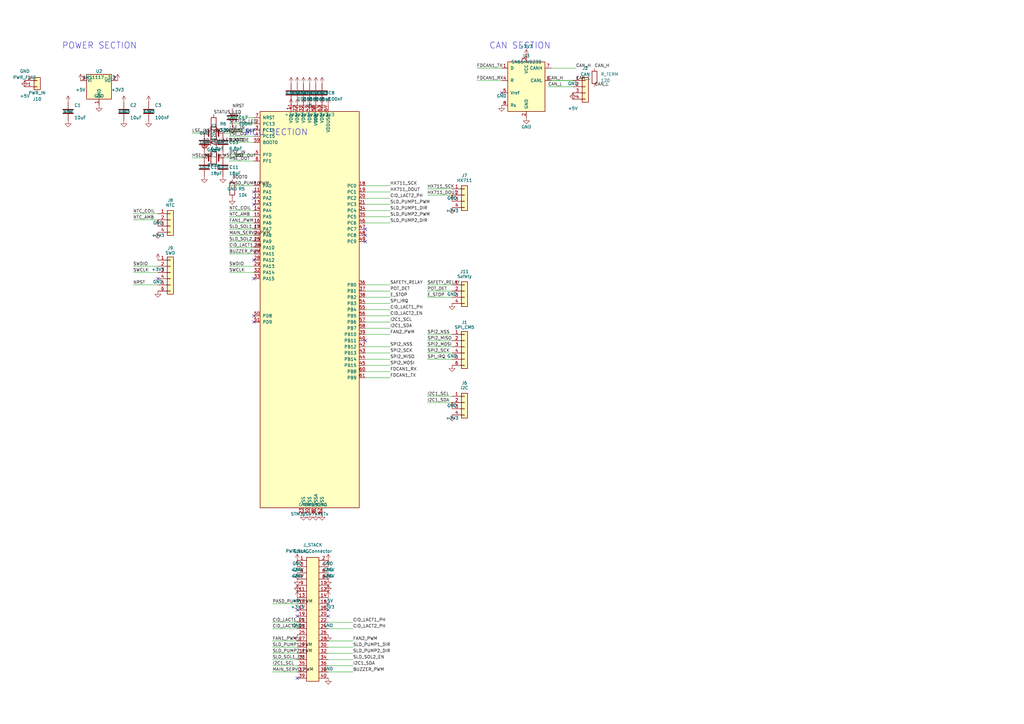
<source format=kicad_sch>
(kicad_sch (version 20231120) (generator "eeschema") (generator_version "9.0")
  (paper "A3")
  (title_block (title "Epicura Controller Board") (date "2026-02-17") (rev "1.0") (company "Epicura") (comment 1 "STM32G474RET6 Controller PCB"))
  (lib_symbols
    (symbol "MCU_ST_STM32G4:STM32G474RETx" (pin_names (offset 1.02))
      (property "Reference" "U" (at 0 0 0))
      (property "Value" "STM32G474RETx" (at 0 -2.54 0))
      (symbol "STM32G474RETx_0_1"
        (rectangle (start -20.32 81.28) (end 20.32 -81.28) (stroke (width 0.25)) (fill (type background)))
      )
      (symbol "STM32G474RETx_1_1"
        (pin power_in line (at -7.62 83.82 270) (length 2.54) (name "VDD") (number "1"))
        (pin bidirectional line (at -22.86 76.2 0) (length 2.54) (name "PC13") (number "2"))
        (pin bidirectional line (at -22.86 73.66 0) (length 2.54) (name "PC14") (number "3"))
        (pin bidirectional line (at -22.86 71.12 0) (length 2.54) (name "PC15") (number "4"))
        (pin bidirectional line (at -22.86 63.5 0) (length 2.54) (name "PF0") (number "5"))
        (pin bidirectional line (at -22.86 60.96 0) (length 2.54) (name "PF1") (number "6"))
        (pin input line (at -22.86 78.74 0) (length 2.54) (name "NRST") (number "7"))
        (pin power_in line (at 2.54 -83.82 90) (length 2.54) (name "VSSA") (number "8"))
        (pin power_in line (at 2.54 83.82 270) (length 2.54) (name "VDDA") (number "9"))
        (pin bidirectional line (at -22.86 50.8 0) (length 2.54) (name "PA0") (number "10"))
        (pin bidirectional line (at -22.86 48.26 0) (length 2.54) (name "PA1") (number "11"))
        (pin bidirectional line (at -22.86 45.72 0) (length 2.54) (name "PA2") (number "12"))
        (pin bidirectional line (at -22.86 43.18 0) (length 2.54) (name "PA3") (number "13"))
        (pin bidirectional line (at -22.86 40.64 0) (length 2.54) (name "PA4") (number "14"))
        (pin bidirectional line (at -22.86 38.1 0) (length 2.54) (name "PA5") (number "15"))
        (pin bidirectional line (at -22.86 35.56 0) (length 2.54) (name "PA6") (number "16"))
        (pin bidirectional line (at -22.86 33.02 0) (length 2.54) (name "PA7") (number "17"))
        (pin bidirectional line (at 22.86 50.8 180) (length 2.54) (name "PC0") (number "18"))
        (pin bidirectional line (at 22.86 48.26 180) (length 2.54) (name "PC1") (number "19"))
        (pin bidirectional line (at 22.86 45.72 180) (length 2.54) (name "PC2") (number "20"))
        (pin bidirectional line (at 22.86 43.18 180) (length 2.54) (name "PC3") (number "21"))
        (pin power_in line (at -5.08 83.82 270) (length 2.54) (name "VDD") (number "22"))
        (pin power_in line (at -2.54 -83.82 90) (length 2.54) (name "VSS") (number "23"))
        (pin bidirectional line (at -22.86 30.48 0) (length 2.54) (name "PA8") (number "24"))
        (pin bidirectional line (at -22.86 27.94 0) (length 2.54) (name "PA9") (number "25"))
        (pin bidirectional line (at -22.86 25.4 0) (length 2.54) (name "PA10") (number "26"))
        (pin bidirectional line (at -22.86 22.86 0) (length 2.54) (name "PA11") (number "27"))
        (pin bidirectional line (at -22.86 20.32 0) (length 2.54) (name "PA12") (number "28"))
        (pin bidirectional line (at -22.86 17.78 0) (length 2.54) (name "PA13") (number "29"))
        (pin power_in line (at 0 -83.82 90) (length 2.54) (name "VSS") (number "30"))
        (pin power_in line (at -2.54 83.82 270) (length 2.54) (name "VDD") (number "31"))
        (pin bidirectional line (at -22.86 15.24 0) (length 2.54) (name "PA14") (number "32"))
        (pin bidirectional line (at -22.86 12.7 0) (length 2.54) (name "PA15") (number "33"))
        (pin bidirectional line (at 22.86 40.64 180) (length 2.54) (name "PC4") (number "34"))
        (pin bidirectional line (at 22.86 38.1 180) (length 2.54) (name "PC5") (number "35"))
        (pin bidirectional line (at 22.86 10.16 180) (length 2.54) (name "PB0") (number "36"))
        (pin bidirectional line (at 22.86 7.62 180) (length 2.54) (name "PB1") (number "37"))
        (pin bidirectional line (at 22.86 5.08 180) (length 2.54) (name "PB2") (number "38"))
        (pin bidirectional line (at 22.86 -10.16 180) (length 2.54) (name "PB10") (number "39"))
        (pin bidirectional line (at 22.86 -12.7 180) (length 2.54) (name "PB11") (number "40"))
        (pin power_in line (at 0 83.82 270) (length 2.54) (name "VDD") (number "41"))
        (pin bidirectional line (at 22.86 -15.24 180) (length 2.54) (name "PB12") (number "42"))
        (pin bidirectional line (at 22.86 -17.78 180) (length 2.54) (name "PB13") (number "43"))
        (pin bidirectional line (at 22.86 -20.32 180) (length 2.54) (name "PB14") (number "44"))
        (pin bidirectional line (at 22.86 -22.86 180) (length 2.54) (name "PB15") (number "45"))
        (pin bidirectional line (at 22.86 35.56 180) (length 2.54) (name "PC6") (number "46"))
        (pin bidirectional line (at 22.86 33.02 180) (length 2.54) (name "PC7") (number "47"))
        (pin bidirectional line (at 22.86 30.48 180) (length 2.54) (name "PC8") (number "48"))
        (pin bidirectional line (at 22.86 27.94 180) (length 2.54) (name "PC9") (number "49"))
        (pin bidirectional line (at -22.86 -2.54 0) (length 2.54) (name "PD8") (number "50"))
        (pin bidirectional line (at -22.86 -5.08 0) (length 2.54) (name "PD9") (number "51"))
        (pin power_in line (at 2.54 -83.82 90) (length 2.54) (name "VSS") (number "52"))
        (pin power_in line (at 2.54 83.82 270) (length 2.54) (name "VDD") (number "53"))
        (pin bidirectional line (at 22.86 2.54 180) (length 2.54) (name "PB3") (number "54"))
        (pin bidirectional line (at 22.86 0 180) (length 2.54) (name "PB4") (number "55"))
        (pin bidirectional line (at 22.86 -2.54 180) (length 2.54) (name "PB5") (number "56"))
        (pin bidirectional line (at 22.86 -5.08 180) (length 2.54) (name "PB6") (number "57"))
        (pin bidirectional line (at 22.86 -7.62 180) (length 2.54) (name "PB7") (number "58"))
        (pin input line (at -22.86 68.58 0) (length 2.54) (name "BOOT0") (number "59"))
        (pin bidirectional line (at 22.86 -25.4 180) (length 2.54) (name "PB8") (number "60"))
        (pin bidirectional line (at 22.86 -27.94 180) (length 2.54) (name "PB9") (number "61"))
        (pin power_in line (at 5.08 -83.82 90) (length 2.54) (name "VSS") (number "62"))
        (pin power_in line (at 5.08 83.82 270) (length 2.54) (name "VDD") (number "63"))
        (pin power_in line (at 7.62 83.82 270) (length 2.54) (name "VDDUSB") (number "64"))
      )
    )
    (symbol "Regulator_Linear:AMS1117-3.3" (pin_names (offset 0.25))
      (property "Reference" "U" (at 0 0 0))
      (property "Value" "AMS1117-3.3" (at 0 -2.54 0))
      (symbol "AMS1117-3.3_0_1"
        (rectangle (start -5.08 5.08) (end 5.08 -5.08) (stroke (width 0.25)) (fill (type background)))
      )
      (symbol "AMS1117-3.3_1_1"
        (pin power_in line (at 0 -7.62 90) (length 2.54) (name "GND") (number "1"))
        (pin power_out line (at 7.62 2.54 180) (length 2.54) (name "VO") (number "2"))
        (pin power_in line (at -7.62 2.54 0) (length 2.54) (name "VI") (number "3"))
      )
    )
    (symbol "Interface_CAN_LIN:SN65HVD230" (pin_names (offset 1.02))
      (property "Reference" "U" (at 0 0 0))
      (property "Value" "SN65HVD230" (at 0 -2.54 0))
      (symbol "SN65HVD230_0_1"
        (rectangle (start -7.62 10.16) (end 7.62 -10.16) (stroke (width 0.25)) (fill (type background)))
      )
      (symbol "SN65HVD230_1_1"
        (pin input line (at -10.16 7.62 0) (length 2.54) (name "D") (number "1"))
        (pin power_in line (at 0 -12.7 90) (length 2.54) (name "GND") (number "2"))
        (pin power_in line (at 0 12.7 270) (length 2.54) (name "VCC") (number "3"))
        (pin output line (at -10.16 2.54 0) (length 2.54) (name "R") (number "4"))
        (pin output line (at -10.16 -2.54 0) (length 2.54) (name "Vref") (number "5"))
        (pin bidirectional line (at 10.16 2.54 180) (length 2.54) (name "CANL") (number "6"))
        (pin bidirectional line (at 10.16 7.62 180) (length 2.54) (name "CANH") (number "7"))
        (pin input line (at -10.16 -7.62 0) (length 2.54) (name "Rs") (number "8"))
      )
    )
    (symbol "Device:C" (pin_numbers hide) (pin_names (offset 0.25))
      (property "Reference" "C" (at 0 0 0))
      (property "Value" "C" (at 0 -2.54 0))
      (symbol "C_0_1"
        (polyline (pts (xy -2.03 -0.76) (xy 2.03 -0.76)) (stroke (width 0.51)))
        (polyline (pts (xy -2.03 0.76) (xy 2.03 0.76)) (stroke (width 0.51)))
      )
      (symbol "C_1_1"
        (pin passive line (at 0 3.81 270) (length 2.79) (name "~") (number "1"))
        (pin passive line (at 0 -3.81 90) (length 2.79) (name "~") (number "2"))
      )
    )
    (symbol "Device:R" (pin_numbers hide) (pin_names (offset 0))
      (property "Reference" "R" (at 0 0 0))
      (property "Value" "R" (at 0 -2.54 0))
      (symbol "R_0_1"
        (rectangle (start -1.02 -2.54) (end 1.02 2.54) (stroke (width 0.25)))
      )
      (symbol "R_1_1"
        (pin passive line (at 0 3.81 270) (length 1.27) (name "~") (number "1"))
        (pin passive line (at 0 -3.81 90) (length 1.27) (name "~") (number "2"))
      )
    )
    (symbol "Device:Crystal" (pin_numbers hide) (pin_names (offset 1.02) hide)
      (property "Reference" "Y" (at 0 0 0))
      (property "Value" "Crystal" (at 0 -2.54 0))
      (symbol "Crystal_0_1"
        (rectangle (start -1.14 2.54) (end 1.14 -2.54) (stroke (width 0.3)))
        (polyline (pts (xy -2.54 0) (xy -2.03 0)))
        (polyline (pts (xy -2.03 -1.27) (xy -2.03 1.27)) (stroke (width 0.51)))
        (polyline (pts (xy 2.03 -1.27) (xy 2.03 1.27)) (stroke (width 0.51)))
        (polyline (pts (xy 2.03 0) (xy 2.54 0)))
      )
      (symbol "Crystal_1_1"
        (pin passive line (at -3.81 0 0) (length 1.27) (name "1") (number "1"))
        (pin passive line (at 3.81 0 180) (length 1.27) (name "2") (number "2"))
      )
    )
    (symbol "Device:LED" (pin_numbers hide) (pin_names (offset 1.02) hide)
      (property "Reference" "D" (at 0 0 0))
      (property "Value" "LED" (at 0 -2.54 0))
      (symbol "LED_0_1"
        (polyline (pts (xy -1.27 -1.27) (xy -1.27 1.27)) (stroke (width 0.25)))
        (polyline (pts (xy -1.27 0) (xy 1.27 0)))
        (polyline (pts (xy 1.27 -1.27) (xy 1.27 1.27) (xy -1.27 0) (xy 1.27 -1.27)) (stroke (width 0.25)))
        (polyline (pts (xy -3.05 -0.76) (xy -4.57 -2.29) (xy -3.81 -2.29) (xy -4.57 -2.29) (xy -4.57 -1.52)))
        (polyline (pts (xy -1.78 -0.76) (xy -3.3 -2.29) (xy -2.54 -2.29) (xy -3.3 -2.29) (xy -3.3 -1.52)))
      )
      (symbol "LED_1_1"
        (pin passive line (at -3.81 0 0) (length 2.54) (name "K") (number "1"))
        (pin passive line (at 3.81 0 180) (length 2.54) (name "A") (number "2"))
      )
    )
    (symbol "Transistor_FET:2N7002" (pin_names hide)
      (property "Reference" "Q" (at 0 0 0))
      (property "Value" "2N7002" (at 0 -2.54 0))
      (symbol "2N7002_0_1"
        (polyline (pts (xy 0.25 0) (xy -2.54 0)))
        (polyline (pts (xy 0.25 1.91) (xy 0.25 -1.91)) (stroke (width 0.25)))
        (polyline (pts (xy 0.76 -1.27) (xy 0.76 -2.29)) (stroke (width 0.25)))
        (polyline (pts (xy 0.76 0.51) (xy 0.76 -0.51)) (stroke (width 0.25)))
        (polyline (pts (xy 0.76 2.29) (xy 0.76 1.27)) (stroke (width 0.25)))
        (polyline (pts (xy 2.54 2.54) (xy 2.54 1.78)))
        (polyline (pts (xy 2.54 -2.54) (xy 2.54 0) (xy 0.76 0)))
        (polyline (pts (xy 0.76 -1.78) (xy 3.3 -1.78) (xy 3.3 1.78) (xy 0.76 1.78)))
        (polyline (pts (xy 1.02 0) (xy 2.03 0.38) (xy 2.03 -0.38) (xy 1.02 0)) (fill (type outline)))
        (polyline (pts (xy 2.79 0.51) (xy 2.92 0.38) (xy 3.68 0.38) (xy 3.81 0.25)))
        (polyline (pts (xy 3.3 0.38) (xy 2.92 -0.25) (xy 3.68 -0.25) (xy 3.3 0.38)))
        (circle (center 1.65 0) (radius 2.79) (stroke (width 0.25)))
        (circle (center 2.54 -1.78) (radius 0.25) (fill (type outline)))
        (circle (center 2.54 1.78) (radius 0.25) (fill (type outline)))
      )
      (symbol "2N7002_1_1"
        (pin input line (at -5.08 0 0) (length 2.54) (name "G") (number "1"))
        (pin passive line (at 2.54 -5.08 90) (length 2.54) (name "S") (number "2"))
        (pin passive line (at 2.54 5.08 270) (length 2.54) (name "D") (number "3"))
      )
    )
    (symbol "Diode:1N4148WS" (pin_numbers hide) (pin_names hide)
      (property "Reference" "D" (at 0 0 0))
      (property "Value" "1N4148WS" (at 0 -2.54 0))
      (symbol "1N4148WS_0_1"
        (polyline (pts (xy -1.27 1.27) (xy -1.27 -1.27)) (stroke (width 0.25)))
        (polyline (pts (xy 1.27 0) (xy -1.27 0)))
        (polyline (pts (xy 1.27 1.27) (xy 1.27 -1.27) (xy -1.27 0) (xy 1.27 1.27)) (stroke (width 0.25)))
      )
      (symbol "1N4148WS_1_1"
        (pin passive line (at -3.81 0 0) (length 2.54) (name "K") (number "1"))
        (pin passive line (at 3.81 0 180) (length 2.54) (name "A") (number "2"))
      )
    )
    (symbol "Connector_Generic:Conn_01x02" (pin_names (offset 1.02) hide)
      (property "Reference" "J" (at 0 0 0))
      (property "Value" "Conn_01x02" (at 0 -2.54 0))
      (symbol "Conn_01x02_1_1"
        (rectangle (start -1.27 -2.41) (end 0 -2.67) (stroke (width 0.15)))
        (rectangle (start -1.27 0.13) (end 0 -0.13) (stroke (width 0.15)))
        (rectangle (start -1.27 1.27) (end 1.27 -3.81) (stroke (width 0.25)) (fill (type background)))
        (pin passive line (at -5.08 0 0) (length 3.81) (name "Pin_1") (number "1"))
        (pin passive line (at -5.08 -2.54 0) (length 3.81) (name "Pin_2") (number "2"))
      )
    )
    (symbol "Connector_Generic:Conn_01x04" (pin_names (offset 1.02) hide)
      (property "Reference" "J" (at 0 0 0))
      (property "Value" "Conn_01x04" (at 0 -2.54 0))
      (symbol "Conn_01x04_1_1"
        (rectangle (start -1.27 -4.95) (end 0 -5.21) (stroke (width 0.15)))
        (rectangle (start -1.27 -2.41) (end 0 -2.67) (stroke (width 0.15)))
        (rectangle (start -1.27 0.13) (end 0 -0.13) (stroke (width 0.15)))
        (rectangle (start -1.27 2.67) (end 0 2.41) (stroke (width 0.15)))
        (rectangle (start -1.27 3.81) (end 1.27 -6.35) (stroke (width 0.25)) (fill (type background)))
        (pin passive line (at -5.08 2.54 0) (length 3.81) (name "Pin_1") (number "1"))
        (pin passive line (at -5.08 0 0) (length 3.81) (name "Pin_2") (number "2"))
        (pin passive line (at -5.08 -2.54 0) (length 3.81) (name "Pin_3") (number "3"))
        (pin passive line (at -5.08 -5.08 0) (length 3.81) (name "Pin_4") (number "4"))
      )
    )
    (symbol "Connector_Generic:Conn_01x06" (pin_names (offset 1.02) hide)
      (property "Reference" "J" (at 0 0 0))
      (property "Value" "Conn_01x06" (at 0 -2.54 0))
      (symbol "Conn_01x06_1_1"
        (rectangle (start -1.27 -7.49) (end 0 -7.75) (stroke (width 0.15)))
        (rectangle (start -1.27 -4.95) (end 0 -5.21) (stroke (width 0.15)))
        (rectangle (start -1.27 -2.41) (end 0 -2.67) (stroke (width 0.15)))
        (rectangle (start -1.27 0.13) (end 0 -0.13) (stroke (width 0.15)))
        (rectangle (start -1.27 2.67) (end 0 2.41) (stroke (width 0.15)))
        (rectangle (start -1.27 5.21) (end 0 4.95) (stroke (width 0.15)))
        (rectangle (start -1.27 6.35) (end 1.27 -8.89) (stroke (width 0.25)) (fill (type background)))
        (pin passive line (at -5.08 5.08 0) (length 3.81) (name "Pin_1") (number "1"))
        (pin passive line (at -5.08 2.54 0) (length 3.81) (name "Pin_2") (number "2"))
        (pin passive line (at -5.08 0 0) (length 3.81) (name "Pin_3") (number "3"))
        (pin passive line (at -5.08 -2.54 0) (length 3.81) (name "Pin_4") (number "4"))
        (pin passive line (at -5.08 -5.08 0) (length 3.81) (name "Pin_5") (number "5"))
        (pin passive line (at -5.08 -7.62 0) (length 3.81) (name "Pin_6") (number "6"))
      )
    )
    (symbol "Connector_Generic:Conn_02x05_Odd_Even" (pin_names (offset 1.02) hide)
      (property "Reference" "J" (at 0 0 0))
      (property "Value" "Conn_02x05" (at 0 -2.54 0))
      (symbol "Conn_02x05_Odd_Even_1_1"
        (rectangle (start -1.27 -4.95) (end 0 -5.21) (stroke (width 0.15)))
        (rectangle (start -1.27 -2.41) (end 0 -2.67) (stroke (width 0.15)))
        (rectangle (start -1.27 0.13) (end 0 -0.13) (stroke (width 0.15)))
        (rectangle (start -1.27 2.67) (end 0 2.41) (stroke (width 0.15)))
        (rectangle (start -1.27 5.21) (end 0 4.95) (stroke (width 0.15)))
        (rectangle (start -1.27 6.35) (end 3.81 -6.35) (stroke (width 0.25)) (fill (type background)))
        (rectangle (start 3.81 -4.95) (end 2.54 -5.21) (stroke (width 0.15)))
        (rectangle (start 3.81 -2.41) (end 2.54 -2.67) (stroke (width 0.15)))
        (rectangle (start 3.81 0.13) (end 2.54 -0.13) (stroke (width 0.15)))
        (rectangle (start 3.81 2.67) (end 2.54 2.41) (stroke (width 0.15)))
        (rectangle (start 3.81 5.21) (end 2.54 4.95) (stroke (width 0.15)))
        (pin passive line (at -5.08 5.08 0) (length 3.81) (name "Pin_1") (number "1"))
        (pin passive line (at 7.62 5.08 180) (length 3.81) (name "Pin_2") (number "2"))
        (pin passive line (at -5.08 2.54 0) (length 3.81) (name "Pin_3") (number "3"))
        (pin passive line (at 7.62 2.54 180) (length 3.81) (name "Pin_4") (number "4"))
        (pin passive line (at -5.08 0 0) (length 3.81) (name "Pin_5") (number "5"))
        (pin passive line (at 7.62 0 180) (length 3.81) (name "Pin_6") (number "6"))
        (pin passive line (at -5.08 -2.54 0) (length 3.81) (name "Pin_7") (number "7"))
        (pin passive line (at 7.62 -2.54 180) (length 3.81) (name "Pin_8") (number "8"))
        (pin passive line (at -5.08 -5.08 0) (length 3.81) (name "Pin_9") (number "9"))
        (pin passive line (at 7.62 -5.08 180) (length 3.81) (name "Pin_10") (number "10"))
      )
    )
    (symbol "Connector_Generic:Conn_02x20_Odd_Even" (pin_names (offset 1.02) hide)
      (property "Reference" "J" (at 0 0 0))
      (property "Value" "Conn_02x20" (at 0 -2.54 0))
      (symbol "Conn_02x20_Odd_Even_1_1"
        (rectangle (start -1.27 25.4) (end 3.81 -25.4) (stroke (width 0.25)) (fill (type background)))
        (pin passive line (at -5.08 24.13 0) (length 3.81) (name "~") (number "1"))
        (pin passive line (at 7.62 24.13 180) (length 3.81) (name "~") (number "2"))
        (pin passive line (at -5.08 21.59 0) (length 3.81) (name "~") (number "3"))
        (pin passive line (at 7.62 21.59 180) (length 3.81) (name "~") (number "4"))
        (pin passive line (at -5.08 19.05 0) (length 3.81) (name "~") (number "5"))
        (pin passive line (at 7.62 19.05 180) (length 3.81) (name "~") (number "6"))
        (pin passive line (at -5.08 16.51 0) (length 3.81) (name "~") (number "7"))
        (pin passive line (at 7.62 16.51 180) (length 3.81) (name "~") (number "8"))
        (pin passive line (at -5.08 13.97 0) (length 3.81) (name "~") (number "9"))
        (pin passive line (at 7.62 13.97 180) (length 3.81) (name "~") (number "10"))
        (pin passive line (at -5.08 11.43 0) (length 3.81) (name "~") (number "11"))
        (pin passive line (at 7.62 11.43 180) (length 3.81) (name "~") (number "12"))
        (pin passive line (at -5.08 8.89 0) (length 3.81) (name "~") (number "13"))
        (pin passive line (at 7.62 8.89 180) (length 3.81) (name "~") (number "14"))
        (pin passive line (at -5.08 6.35 0) (length 3.81) (name "~") (number "15"))
        (pin passive line (at 7.62 6.35 180) (length 3.81) (name "~") (number "16"))
        (pin passive line (at -5.08 3.81 0) (length 3.81) (name "~") (number "17"))
        (pin passive line (at 7.62 3.81 180) (length 3.81) (name "~") (number "18"))
        (pin passive line (at -5.08 1.27 0) (length 3.81) (name "~") (number "19"))
        (pin passive line (at 7.62 1.27 180) (length 3.81) (name "~") (number "20"))
        (pin passive line (at -5.08 -1.27 0) (length 3.81) (name "~") (number "21"))
        (pin passive line (at 7.62 -1.27 180) (length 3.81) (name "~") (number "22"))
        (pin passive line (at -5.08 -3.81 0) (length 3.81) (name "~") (number "23"))
        (pin passive line (at 7.62 -3.81 180) (length 3.81) (name "~") (number "24"))
        (pin passive line (at -5.08 -6.35 0) (length 3.81) (name "~") (number "25"))
        (pin passive line (at 7.62 -6.35 180) (length 3.81) (name "~") (number "26"))
        (pin passive line (at -5.08 -8.89 0) (length 3.81) (name "~") (number "27"))
        (pin passive line (at 7.62 -8.89 180) (length 3.81) (name "~") (number "28"))
        (pin passive line (at -5.08 -11.43 0) (length 3.81) (name "~") (number "29"))
        (pin passive line (at 7.62 -11.43 180) (length 3.81) (name "~") (number "30"))
        (pin passive line (at -5.08 -13.97 0) (length 3.81) (name "~") (number "31"))
        (pin passive line (at 7.62 -13.97 180) (length 3.81) (name "~") (number "32"))
        (pin passive line (at -5.08 -16.51 0) (length 3.81) (name "~") (number "33"))
        (pin passive line (at 7.62 -16.51 180) (length 3.81) (name "~") (number "34"))
        (pin passive line (at -5.08 -19.05 0) (length 3.81) (name "~") (number "35"))
        (pin passive line (at 7.62 -19.05 180) (length 3.81) (name "~") (number "36"))
        (pin passive line (at -5.08 -21.59 0) (length 3.81) (name "~") (number "37"))
        (pin passive line (at 7.62 -21.59 180) (length 3.81) (name "~") (number "38"))
        (pin passive line (at -5.08 -24.13 0) (length 3.81) (name "~") (number "39"))
        (pin passive line (at 7.62 -24.13 180) (length 3.81) (name "~") (number "40"))
      )
    )
    (symbol "power:+3V3" (power) (pin_names (offset 0))
      (property "Value" "+3V3" (at 0 3.56 0))
      (symbol "+3V3_0_1"
        (polyline (pts (xy -0.76 1.27) (xy 0 2.54)))
        (polyline (pts (xy 0 0) (xy 0 2.54)))
        (polyline (pts (xy 0 2.54) (xy 0.76 1.27)))
      )
      (symbol "+3V3_1_1"
        (pin power_in line (at 0 0 90) (length 0) hide (name "+3V3") (number "1"))
      )
    )
    (symbol "power:+5V" (power) (pin_names (offset 0))
      (property "Value" "+5V" (at 0 3.56 0))
      (symbol "+5V_0_1"
        (polyline (pts (xy -0.76 1.27) (xy 0 2.54)))
        (polyline (pts (xy 0 0) (xy 0 2.54)))
        (polyline (pts (xy 0 2.54) (xy 0.76 1.27)))
      )
      (symbol "+5V_1_1"
        (pin power_in line (at 0 0 90) (length 0) hide (name "+5V") (number "1"))
      )
    )
    (symbol "power:GND" (power) (pin_names (offset 0))
      (property "Value" "GND" (at 0 -3.81 0))
      (symbol "GND_0_1"
        (polyline (pts (xy 0 0) (xy 0 -1.27) (xy 1.27 -1.27) (xy 0 -2.54) (xy -1.27 -1.27) (xy 0 -1.27)))
      )
      (symbol "GND_1_1"
        (pin power_in line (at 0 0 270) (length 0) hide (name "GND") (number "1"))
      )
    )
    (symbol "power:PWR_FLAG" (power) (pin_names (offset 0))
      (property "Value" "PWR_FLAG" (at 0 3.56 0))
      (symbol "PWR_FLAG_0_1"
        (pin power_out line (at 0 0 90) (length 0) hide (name "pwr") (number "1"))
      )
    )
    (symbol "power:+24V" (power) (pin_names (offset 0))
      (property "Value" "+24V" (at 0 3.56 0))
      (symbol "+24V_0_1"
        (polyline (pts (xy -0.76 1.27) (xy 0 2.54)))
        (polyline (pts (xy 0 0) (xy 0 2.54)))
        (polyline (pts (xy 0 2.54) (xy 0.76 1.27)))
      )
      (symbol "+24V_1_1"
        (pin power_in line (at 0 0 90) (length 0) hide (name "+24V") (number "1"))
      )
    )
  )
  (wire (pts (xy 104.14 76.2) (xy 93.98 76.2)))
  (wire (pts (xy 104.14 86.36) (xy 93.98 86.36)))
  (wire (pts (xy 104.14 88.9) (xy 93.98 88.9)))
  (wire (pts (xy 104.14 91.44) (xy 93.98 91.44)))
  (wire (pts (xy 104.14 93.98) (xy 93.98 93.98)))
  (wire (pts (xy 104.14 96.52) (xy 93.98 96.52)))
  (wire (pts (xy 104.14 99.06) (xy 93.98 99.06)))
  (wire (pts (xy 104.14 101.6) (xy 93.98 101.6)))
  (wire (pts (xy 104.14 104.14) (xy 93.98 104.14)))
  (wire (pts (xy 104.14 109.22) (xy 93.98 109.22)))
  (wire (pts (xy 104.14 111.76) (xy 93.98 111.76)))
  (wire (pts (xy 149.86 116.84) (xy 160.02 116.84)))
  (wire (pts (xy 149.86 119.38) (xy 160.02 119.38)))
  (wire (pts (xy 149.86 121.92) (xy 160.02 121.92)))
  (wire (pts (xy 149.86 137.16) (xy 160.02 137.16)))
  (wire (pts (xy 149.86 142.24) (xy 160.02 142.24)))
  (wire (pts (xy 149.86 144.78) (xy 160.02 144.78)))
  (wire (pts (xy 149.86 147.32) (xy 160.02 147.32)))
  (wire (pts (xy 149.86 149.86) (xy 160.02 149.86)))
  (wire (pts (xy 149.86 124.46) (xy 160.02 124.46)))
  (wire (pts (xy 149.86 127) (xy 160.02 127)))
  (wire (pts (xy 149.86 129.54) (xy 160.02 129.54)))
  (wire (pts (xy 149.86 132.08) (xy 160.02 132.08)))
  (wire (pts (xy 149.86 134.62) (xy 160.02 134.62)))
  (wire (pts (xy 149.86 152.4) (xy 160.02 152.4)))
  (wire (pts (xy 149.86 154.94) (xy 160.02 154.94)))
  (wire (pts (xy 149.86 76.2) (xy 160.02 76.2)))
  (wire (pts (xy 149.86 78.74) (xy 160.02 78.74)))
  (wire (pts (xy 149.86 81.28) (xy 160.02 81.28)))
  (wire (pts (xy 149.86 83.82) (xy 160.02 83.82)))
  (wire (pts (xy 149.86 86.36) (xy 160.02 86.36)))
  (wire (pts (xy 149.86 88.9) (xy 160.02 88.9)))
  (wire (pts (xy 149.86 91.44) (xy 160.02 91.44)))
  (wire (pts (xy 104.14 50.8) (xy 93.98 50.8)))
  (wire (pts (xy 104.14 53.34) (xy 93.98 53.34)))
  (wire (pts (xy 104.14 55.88) (xy 93.98 55.88)))
  (wire (pts (xy 104.14 63.5) (xy 93.98 63.5)))
  (wire (pts (xy 104.14 66.04) (xy 93.98 66.04)))
  (wire (pts (xy 104.14 48.26) (xy 93.98 48.26)))
  (wire (pts (xy 104.14 58.42) (xy 93.98 58.42)))
  (wire (pts (xy 121.92 247.65) (xy 111.76 247.65)))
  (wire (pts (xy 121.92 255.27) (xy 111.76 255.27)))
  (wire (pts (xy 134.62 255.27) (xy 144.78 255.27)))
  (wire (pts (xy 121.92 257.81) (xy 111.76 257.81)))
  (wire (pts (xy 134.62 257.81) (xy 144.78 257.81)))
  (wire (pts (xy 121.92 262.89) (xy 111.76 262.89)))
  (wire (pts (xy 134.62 262.89) (xy 144.78 262.89)))
  (wire (pts (xy 121.92 265.43) (xy 111.76 265.43)))
  (wire (pts (xy 134.62 265.43) (xy 144.78 265.43)))
  (wire (pts (xy 121.92 267.97) (xy 111.76 267.97)))
  (wire (pts (xy 134.62 267.97) (xy 144.78 267.97)))
  (wire (pts (xy 121.92 270.51) (xy 111.76 270.51)))
  (wire (pts (xy 134.62 270.51) (xy 144.78 270.51)))
  (wire (pts (xy 121.92 273.05) (xy 111.76 273.05)))
  (wire (pts (xy 134.62 273.05) (xy 144.78 273.05)))
  (wire (pts (xy 121.92 275.59) (xy 111.76 275.59)))
  (wire (pts (xy 134.62 275.59) (xy 144.78 275.59)))
  (wire (pts (xy 185.42 137.16) (xy 175.26 137.16)))
  (wire (pts (xy 185.42 139.7) (xy 175.26 139.7)))
  (wire (pts (xy 185.42 142.24) (xy 175.26 142.24)))
  (wire (pts (xy 185.42 144.78) (xy 175.26 144.78)))
  (wire (pts (xy 185.42 147.32) (xy 175.26 147.32)))
  (wire (pts (xy 185.42 162.56) (xy 175.26 162.56)))
  (wire (pts (xy 185.42 165.1) (xy 175.26 165.1)))
  (wire (pts (xy 185.42 77.47) (xy 175.26 77.47)))
  (wire (pts (xy 185.42 80.01) (xy 175.26 80.01)))
  (wire (pts (xy 64.77 87.63) (xy 54.61 87.63)))
  (wire (pts (xy 64.77 90.17) (xy 54.61 90.17)))
  (wire (pts (xy 64.77 109.22) (xy 54.61 109.22)))
  (wire (pts (xy 64.77 111.76) (xy 54.61 111.76)))
  (wire (pts (xy 64.77 116.84) (xy 54.61 116.84)))
  (wire (pts (xy 185.42 116.84) (xy 175.26 116.84)))
  (wire (pts (xy 185.42 119.38) (xy 175.26 119.38)))
  (wire (pts (xy 185.42 121.92) (xy 175.26 121.92)))
  (wire (pts (xy 205.74 27.94) (xy 195.58 27.94)))
  (wire (pts (xy 205.74 33.02) (xy 195.58 33.02)))
  (wire (pts (xy 226.06 33.02) (xy 236.22 33.02)))
  (wire (pts (xy 226.06 27.94) (xy 236.22 27.94)))
  (wire (pts (xy 234.95 33.02) (xy 224.79 33.02)))
  (wire (pts (xy 234.95 35.56) (xy 224.79 35.56)))
  (wire (pts (xy 83.82 64.77) (xy 78.74 64.77)))
  (wire (pts (xy 91.44 64.77) (xy 96.52 64.77)))
  (wire (pts (xy 83.82 54.61) (xy 78.74 54.61)))
  (wire (pts (xy 91.44 54.61) (xy 96.52 54.61)))
  (label "PASD_PUMP_PWM" (at 93.98 76.2 0))
  (label "NTC_COIL" (at 93.98 86.36 0))
  (label "NTC_AMB" (at 93.98 88.9 0))
  (label "FAN1_PWM" (at 93.98 91.44 0))
  (label "SLD_SOL1_EN" (at 93.98 93.98 0))
  (label "MAIN_SERVO_PWM" (at 93.98 96.52 0))
  (label "SLD_SOL2_EN" (at 93.98 99.06 0))
  (label "CID_LACT1_EN" (at 93.98 101.6 0))
  (label "BUZZER_PWM" (at 93.98 104.14 0))
  (label "SWDIO" (at 93.98 109.22 0))
  (label "SWCLK" (at 93.98 111.76 0))
  (label "SAFETY_RELAY" (at 160.02 116.84 0))
  (label "POT_DET" (at 160.02 119.38 0))
  (label "E_STOP" (at 160.02 121.92 0))
  (label "FAN2_PWM" (at 160.02 137.16 0))
  (label "SPI2_NSS" (at 160.02 142.24 0))
  (label "SPI2_SCK" (at 160.02 144.78 0))
  (label "SPI2_MISO" (at 160.02 147.32 0))
  (label "SPI2_MOSI" (at 160.02 149.86 0))
  (label "SPI_IRQ" (at 160.02 124.46 0))
  (label "CID_LACT1_PH" (at 160.02 127 0))
  (label "CID_LACT2_EN" (at 160.02 129.54 0))
  (label "I2C1_SCL" (at 160.02 132.08 0))
  (label "I2C1_SDA" (at 160.02 134.62 0))
  (label "FDCAN1_RX" (at 160.02 152.4 0))
  (label "FDCAN1_TX" (at 160.02 154.94 0))
  (label "HX711_SCK" (at 160.02 76.2 0))
  (label "HX711_DOUT" (at 160.02 78.74 0))
  (label "CID_LACT2_PH" (at 160.02 81.28 0))
  (label "SLD_PUMP1_PWM" (at 160.02 83.82 0))
  (label "SLD_PUMP1_DIR" (at 160.02 86.36 0))
  (label "SLD_PUMP2_PWM" (at 160.02 88.9 0))
  (label "SLD_PUMP2_DIR" (at 160.02 91.44 0))
  (label "STATUS_LED" (at 93.98 50.8 0))
  (label "LSE_IN" (at 93.98 53.34 0))
  (label "LSE_OUT" (at 93.98 55.88 0))
  (label "HSE_IN" (at 93.98 63.5 0))
  (label "HSE_OUT" (at 93.98 66.04 0))
  (label "NRST" (at 93.98 48.26 0))
  (label "BOOT0" (at 93.98 58.42 0))
  (label "PASD_PUMP_PWM" (at 111.76 247.65 0))
  (label "CID_LACT1_EN" (at 111.76 255.27 0))
  (label "CID_LACT1_PH" (at 144.78 255.27 0))
  (label "CID_LACT2_EN" (at 111.76 257.81 0))
  (label "CID_LACT2_PH" (at 144.78 257.81 0))
  (label "FAN1_PWM" (at 111.76 262.89 0))
  (label "FAN2_PWM" (at 144.78 262.89 0))
  (label "SLD_PUMP1_PWM" (at 111.76 265.43 0))
  (label "SLD_PUMP1_DIR" (at 144.78 265.43 0))
  (label "SLD_PUMP2_PWM" (at 111.76 267.97 0))
  (label "SLD_PUMP2_DIR" (at 144.78 267.97 0))
  (label "SLD_SOL1_EN" (at 111.76 270.51 0))
  (label "SLD_SOL2_EN" (at 144.78 270.51 0))
  (label "I2C1_SCL" (at 111.76 273.05 0))
  (label "I2C1_SDA" (at 144.78 273.05 0))
  (label "MAIN_SERVO_PWM" (at 111.76 275.59 0))
  (label "BUZZER_PWM" (at 144.78 275.59 0))
  (label "SPI2_NSS" (at 175.26 137.16 0))
  (label "SPI2_MISO" (at 175.26 139.7 0))
  (label "SPI2_MOSI" (at 175.26 142.24 0))
  (label "SPI2_SCK" (at 175.26 144.78 0))
  (label "SPI_IRQ" (at 175.26 147.32 0))
  (label "I2C1_SCL" (at 175.26 162.56 0))
  (label "I2C1_SDA" (at 175.26 165.1 0))
  (label "HX711_SCK" (at 175.26 77.47 0))
  (label "HX711_DOUT" (at 175.26 80.01 0))
  (label "NTC_COIL" (at 54.61 87.63 0))
  (label "NTC_AMB" (at 54.61 90.17 0))
  (label "SWDIO" (at 54.61 109.22 0))
  (label "SWCLK" (at 54.61 111.76 0))
  (label "NRST" (at 54.61 116.84 0))
  (label "SAFETY_RELAY" (at 175.26 116.84 0))
  (label "POT_DET" (at 175.26 119.38 0))
  (label "E_STOP" (at 175.26 121.92 0))
  (label "FDCAN1_TX" (at 195.58 27.94 0))
  (label "FDCAN1_RX" (at 195.58 33.02 0))
  (label "CAN_L" (at 236.22 33.02 0))
  (label "CAN_H" (at 236.22 27.94 0))
  (label "CAN_H" (at 243.84 27.94 0))
  (label "CAN_L" (at 243.84 35.56 0))
  (label "CAN_H" (at 224.79 33.02 0))
  (label "CAN_L" (at 224.79 35.56 0))
  (label "HSE_IN" (at 78.74 64.77 0))
  (label "HSE_OUT" (at 96.52 64.77 0))
  (label "LSE_IN" (at 78.74 54.61 0))
  (label "LSE_OUT" (at 96.52 54.61 0))
  (label "HSE_IN" (at 83.82 64.77 0))
  (label "HSE_OUT" (at 91.44 64.77 0))
  (label "LSE_IN" (at 83.82 54.61 0))
  (label "LSE_OUT" (at 91.44 54.61 0))
  (label "NRST" (at 95.25 44.45 0))
  (label "BOOT0" (at 95.25 73.66 0))
  (label "STATUS_LED" (at 87.63 46.99 0))
  (label "LED_ANODE" (at 87.63 54.61 0))
  (label "LED_ANODE" (at 91.44 58.42 0))
  (no_connect (at 104.14 78.74))
  (no_connect (at 104.14 81.28))
  (no_connect (at 104.14 83.82))
  (no_connect (at 104.14 106.68))
  (no_connect (at 104.14 114.3))
  (no_connect (at 149.86 139.7))
  (no_connect (at 149.86 93.98))
  (no_connect (at 149.86 96.52))
  (no_connect (at 149.86 99.06))
  (no_connect (at 104.14 129.54))
  (no_connect (at 104.14 132.08))
  (no_connect (at 134.62 247.65))
  (no_connect (at 121.92 250.19))
  (no_connect (at 134.62 250.19))
  (no_connect (at 121.92 252.73))
  (no_connect (at 134.62 252.73))
  (no_connect (at 121.92 278.13))
  (no_connect (at 64.77 114.3))
  (no_connect (at 205.74 38.1))
  (text "POWER SECTION" (at 25.4 20.32 0) (effects (font (size 2.54 2.54)) (justify left bottom)))
  (text "MCU SECTION" (at 100.33 55.88 0) (effects (font (size 2.54 2.54)) (justify left bottom)))
  (text "CAN SECTION" (at 200.66 20.32 0) (effects (font (size 2.54 2.54)) (justify left bottom)))
  (symbol (lib_id "Regulator_Linear:AMS1117-3.3") (at 40.64 35.56 0) (unit 1)
    (property "Reference" "U2" (at 40.64 29.21 0))
    (property "Value" "AMS1117-3.3" (at 40.64 31.75 0))
    (property "Footprint" "Package_TO_SOT_SMD:SOT-223-3_TabPin2" (effects hide))
  )
  (symbol (lib_id "Device:C") (at 27.94 45.72 0) (unit 1)
    (property "Reference" "C1" (at 30.48 43.18 0) (effects (justify left)))
    (property "Value" "10uF" (at 30.48 48.26 0) (effects (justify left)))
    (property "Footprint" "Capacitor_SMD:C_0805_2012Metric" (effects hide))
  )
  (symbol (lib_id "Device:C") (at 50.8 45.72 0) (unit 1)
    (property "Reference" "C2" (at 53.34 43.18 0) (effects (justify left)))
    (property "Value" "10uF" (at 53.34 48.26 0) (effects (justify left)))
    (property "Footprint" "Capacitor_SMD:C_0805_2012Metric" (effects hide))
  )
  (symbol (lib_id "Device:C") (at 60.96 45.72 0) (unit 1)
    (property "Reference" "C3" (at 63.5 43.18 0) (effects (justify left)))
    (property "Value" "100nF" (at 63.5 48.26 0) (effects (justify left)))
    (property "Footprint" "Capacitor_SMD:C_0603_1608Metric" (effects hide))
  )
  (symbol (lib_id "MCU_ST_STM32G4:STM32G474RETx") (at 127 127 0) (unit 1)
    (property "Reference" "U1" (at 127 43.18 0))
    (property "Value" "STM32G474RETx" (at 127 210.82 0))
    (property "Footprint" "Package_QFP:LQFP-64_10x10mm_P0.5mm" (effects hide))
  )
  (symbol (lib_id "Interface_CAN_LIN:SN65HVD230") (at 215.9 35.56 0) (unit 1)
    (property "Reference" "U3" (at 215.9 22.86 0))
    (property "Value" "SN65HVD230" (at 215.9 25.4 0))
    (property "Footprint" "Package_SO:SOIC-8_3.9x4.9mm_P1.27mm" (effects hide))
  )
  (symbol (lib_id "Device:R") (at 243.84 31.75 0) (unit 1)
    (property "Reference" "R_TERM" (at 246.38 30.48 0) (effects (justify left)))
    (property "Value" "120" (at 246.38 33.02 0) (effects (justify left)))
    (property "Footprint" "Resistor_SMD:R_0603_1608Metric" (effects hide))
  )
  (symbol (lib_id "Connector_Generic:Conn_01x02") (at 15.24 35.56 0) (mirror x) (unit 1)
    (property "Reference" "J10" (at 15.24 40.64 0))
    (property "Value" "PWR_IN" (at 15.24 38.1 0))
    (property "Footprint" "Connector_JST:JST_XH_B2B-XH-A_1x02_P2.50mm_Vertical" (effects hide))
  )
  (symbol (lib_id "Connector_Generic:Conn_01x04") (at 240.03 35.56 0) (unit 1)
    (property "Reference" "J2" (at 240.03 27.94 0))
    (property "Value" "CAN" (at 240.03 30.48 0))
    (property "Footprint" "Connector_JST:JST_XH_B4B-XH-A_1x04_P2.50mm_Vertical" (effects hide))
  )
  (symbol (lib_id "Connector_Generic:Conn_02x20_Odd_Even") (at 127 254 0) (unit 1)
    (property "Reference" "J_STACK" (at 128.27 223.52 0))
    (property "Value" "Stack_Connector" (at 128.27 226.06 0))
    (property "Footprint" "Connector_PinHeader_2.54mm:PinHeader_2x20_P2.54mm_Vertical" (effects hide))
  )
  (symbol (lib_id "Connector_Generic:Conn_01x06") (at 190.5 142.24 0) (unit 1)
    (property "Reference" "J1" (at 190.5 132.24 0))
    (property "Value" "SPI_CM5" (at 190.5 134.24 0))
    (property "Footprint" "Connector_JST:JST_SH_BM06B-SRSS-TB_1x06-1MP_P1.00mm_Vertical" (effects hide))
  )
  (symbol (lib_id "Connector_Generic:Conn_01x04") (at 190.5 165.1 0) (unit 1)
    (property "Reference" "J6" (at 190.5 157.1 0))
    (property "Value" "I2C" (at 190.5 159.1 0))
    (property "Footprint" "Connector_JST:JST_SH_BM04B-SRSS-TB_1x04-1MP_P1.00mm_Vertical" (effects hide))
  )
  (symbol (lib_id "Connector_Generic:Conn_01x04") (at 190.5 80.01 0) (unit 1)
    (property "Reference" "J7" (at 190.5 72.01 0))
    (property "Value" "HX711" (at 190.5 74.01 0))
    (property "Footprint" "Connector_JST:JST_XH_B4B-XH-A_1x04_P2.50mm_Vertical" (effects hide))
  )
  (symbol (lib_id "Connector_Generic:Conn_01x04") (at 69.85 90.17 0) (unit 1)
    (property "Reference" "J8" (at 69.85 82.17 0))
    (property "Value" "NTC" (at 69.85 84.17 0))
    (property "Footprint" "Connector_JST:JST_XH_B4B-XH-A_1x04_P2.50mm_Vertical" (effects hide))
  )
  (symbol (lib_id "Connector_Generic:Conn_01x06") (at 69.85 111.76 0) (unit 1)
    (property "Reference" "J9" (at 69.85 101.76 0))
    (property "Value" "SWD" (at 69.85 103.76 0))
    (property "Footprint" "Connector_PinHeader_2.54mm:PinHeader_2x05_P2.54mm_Vertical" (effects hide))
  )
  (symbol (lib_id "Connector_Generic:Conn_01x04") (at 190.5 119.38 0) (unit 1)
    (property "Reference" "J11" (at 190.5 111.38 0))
    (property "Value" "Safety" (at 190.5 113.38 0))
    (property "Footprint" "Connector_JST:JST_XH_B4B-XH-A_1x04_P2.50mm_Vertical" (effects hide))
  )
  (symbol (lib_id "Device:Crystal") (at 87.63 64.77 0) (unit 1)
    (property "Reference" "Y1" (at 87.63 61.77 0))
    (property "Value" "8MHz" (at 87.63 67.77 0))
    (property "Footprint" "Crystal:Crystal_SMD_HC49-SD" (effects hide))
  )
  (symbol (lib_id "Device:Crystal") (at 87.63 54.61 0) (unit 1)
    (property "Reference" "Y2" (at 87.63 51.61 0))
    (property "Value" "32.77kHz" (at 87.63 57.61 0))
    (property "Footprint" "Crystal:Crystal_SMD_2012-2Pin_2.0x1.2mm" (effects hide))
  )
  (symbol (lib_id "Device:C") (at 83.82 68.58 0) (unit 1)
    (property "Reference" "C10" (at 86.36 68.58 0) (effects (justify left)))
    (property "Value" "18pF" (at 86.36 71.12 0) (effects (justify left)))
    (property "Footprint" "Capacitor_SMD:C_0402_1005Metric" (effects hide))
  )
  (symbol (lib_id "Device:C") (at 91.44 68.58 0) (unit 1)
    (property "Reference" "C11" (at 93.98 68.58 0) (effects (justify left)))
    (property "Value" "18pF" (at 93.98 71.12 0) (effects (justify left)))
    (property "Footprint" "Capacitor_SMD:C_0402_1005Metric" (effects hide))
  )
  (symbol (lib_id "Device:C") (at 83.82 58.42 0) (unit 1)
    (property "Reference" "C12" (at 86.36 58.42 0) (effects (justify left)))
    (property "Value" "6.8pF" (at 86.36 60.96 0) (effects (justify left)))
    (property "Footprint" "Capacitor_SMD:C_0402_1005Metric" (effects hide))
  )
  (symbol (lib_id "Device:C") (at 91.44 58.42 0) (unit 1)
    (property "Reference" "C13" (at 93.98 58.42 0) (effects (justify left)))
    (property "Value" "6.8pF" (at 93.98 60.96 0) (effects (justify left)))
    (property "Footprint" "Capacitor_SMD:C_0402_1005Metric" (effects hide))
  )
  (symbol (lib_id "Device:C") (at 119.38 38.1 0) (unit 1)
    (property "Reference" "C4" (at 121.92 38.1 0) (effects (justify left)))
    (property "Value" "100nF" (at 121.92 40.64 0) (effects (justify left)))
    (property "Footprint" "Capacitor_SMD:C_0402_1005Metric" (effects hide))
  )
  (symbol (lib_id "Device:C") (at 121.92 38.1 0) (unit 1)
    (property "Reference" "C5" (at 124.46 38.1 0) (effects (justify left)))
    (property "Value" "100nF" (at 124.46 40.64 0) (effects (justify left)))
    (property "Footprint" "Capacitor_SMD:C_0402_1005Metric" (effects hide))
  )
  (symbol (lib_id "Device:C") (at 124.46 38.1 0) (unit 1)
    (property "Reference" "C6" (at 127.0 38.1 0) (effects (justify left)))
    (property "Value" "100nF" (at 127.0 40.64 0) (effects (justify left)))
    (property "Footprint" "Capacitor_SMD:C_0402_1005Metric" (effects hide))
  )
  (symbol (lib_id "Device:C") (at 127.0 38.1 0) (unit 1)
    (property "Reference" "C7" (at 129.54 38.1 0) (effects (justify left)))
    (property "Value" "100nF" (at 129.54 40.64 0) (effects (justify left)))
    (property "Footprint" "Capacitor_SMD:C_0402_1005Metric" (effects hide))
  )
  (symbol (lib_id "Device:C") (at 132.08 38.1 0) (unit 1)
    (property "Reference" "C8" (at 134.62 38.1 0) (effects (justify left)))
    (property "Value" "100nF" (at 134.62 40.64 0) (effects (justify left)))
    (property "Footprint" "Capacitor_SMD:C_0402_1005Metric" (effects hide))
  )
  (symbol (lib_id "Device:C") (at 129.54 38.1 0) (unit 1)
    (property "Reference" "C9" (at 132.08 38.1 0) (effects (justify left)))
    (property "Value" "1uF" (at 132.08 40.64 0) (effects (justify left)))
    (property "Footprint" "Capacitor_SMD:C_0402_1005Metric" (effects hide))
  )
  (symbol (lib_id "Device:C") (at 95.25 48.26 0) (unit 1)
    (property "Reference" "C17" (at 97.79 48.26 0) (effects (justify left)))
    (property "Value" "100nF" (at 97.79 50.8 0) (effects (justify left)))
    (property "Footprint" "Capacitor_SMD:C_0402_1005Metric" (effects hide))
  )
  (symbol (lib_id "Device:R") (at 95.25 77.47 0) (unit 1)
    (property "Reference" "R5" (at 97.79 77.47 0) (effects (justify left)))
    (property "Value" "10k" (at 97.79 80.01 0) (effects (justify left)))
    (property "Footprint" "Resistor_SMD:R_0402_1005Metric" (effects hide))
  )
  (symbol (lib_id "Device:R") (at 87.63 50.8 0) (unit 1)
    (property "Reference" "R6" (at 90.17 50.8 0) (effects (justify left)))
    (property "Value" "330" (at 90.17 53.34 0) (effects (justify left)))
    (property "Footprint" "Resistor_SMD:R_0402_1005Metric" (effects hide))
  )
  (symbol (lib_id "Device:LED") (at 87.63 58.42 0) (unit 1)
    (property "Reference" "D1" (at 87.63 55.42 0))
    (property "Value" "Green" (at 87.63 61.42 0))
    (property "Footprint" "LED_SMD:LED_0603_1608Metric" (effects hide))
  )
  (symbol (lib_id "power:GND") (at 215.9 48.26 0) (unit 1)
    (property "Reference" "#PWR04" (effects hide))
    (property "Value" "GND" (at 215.9 52.07 0))
  )
  (symbol (lib_id "power:+3V3") (at 215.9 22.86 0) (unit 1)
    (property "Reference" "#PWR05" (effects hide))
    (property "Value" "+3V3" (at 215.9 19.05 0))
  )
  (symbol (lib_id "power:+3V3") (at 119.38 43.18 0) (unit 1)
    (property "Reference" "#PWR06" (effects hide))
    (property "Value" "+3V3" (at 119.38 46.99 0))
  )
  (symbol (lib_id "power:+3V3") (at 129.54 43.18 0) (unit 1)
    (property "Reference" "#PWR07" (effects hide))
    (property "Value" "+3V3" (at 129.54 46.99 0))
  )
  (symbol (lib_id "power:+3V3") (at 121.92 43.18 0) (unit 1)
    (property "Reference" "#PWR08" (effects hide))
    (property "Value" "+3V3" (at 121.92 46.99 0))
  )
  (symbol (lib_id "power:+3V3") (at 124.46 43.18 0) (unit 1)
    (property "Reference" "#PWR09" (effects hide))
    (property "Value" "+3V3" (at 124.46 46.99 0))
  )
  (symbol (lib_id "power:+3V3") (at 127 43.18 0) (unit 1)
    (property "Reference" "#PWR10" (effects hide))
    (property "Value" "+3V3" (at 127 46.99 0))
  )
  (symbol (lib_id "power:+3V3") (at 132.08 43.18 0) (unit 1)
    (property "Reference" "#PWR11" (effects hide))
    (property "Value" "+3V3" (at 132.08 46.99 0))
  )
  (symbol (lib_id "power:+3V3") (at 134.62 43.18 0) (unit 1)
    (property "Reference" "#PWR12" (effects hide))
    (property "Value" "+3V3" (at 134.62 46.99 0))
  )
  (symbol (lib_id "power:GND") (at 129.54 210.82 0) (unit 1)
    (property "Reference" "#PWR13" (effects hide))
    (property "Value" "GND" (at 129.54 207.01 0))
  )
  (symbol (lib_id "power:GND") (at 124.46 210.82 0) (unit 1)
    (property "Reference" "#PWR14" (effects hide))
    (property "Value" "GND" (at 124.46 207.01 0))
  )
  (symbol (lib_id "power:GND") (at 127 210.82 0) (unit 1)
    (property "Reference" "#PWR15" (effects hide))
    (property "Value" "GND" (at 127 207.01 0))
  )
  (symbol (lib_id "power:GND") (at 132.08 210.82 0) (unit 1)
    (property "Reference" "#PWR16" (effects hide))
    (property "Value" "GND" (at 132.08 207.01 0))
  )
  (symbol (lib_id "power:+24V") (at 121.92 229.87 0) (unit 1)
    (property "Reference" "#PWR17" (effects hide))
    (property "Value" "+24V" (at 121.92 233.68 0))
  )
  (symbol (lib_id "power:+24V") (at 134.62 229.87 0) (unit 1)
    (property "Reference" "#PWR18" (effects hide))
    (property "Value" "+24V" (at 134.62 233.68 0))
  )
  (symbol (lib_id "power:+24V") (at 121.92 232.41 0) (unit 1)
    (property "Reference" "#PWR19" (effects hide))
    (property "Value" "+24V" (at 121.92 236.22 0))
  )
  (symbol (lib_id "power:+24V") (at 134.62 232.41 0) (unit 1)
    (property "Reference" "#PWR20" (effects hide))
    (property "Value" "+24V" (at 134.62 236.22 0))
  )
  (symbol (lib_id "power:GND") (at 121.92 234.95 0) (unit 1)
    (property "Reference" "#PWR21" (effects hide))
    (property "Value" "GND" (at 121.92 231.14 0))
  )
  (symbol (lib_id "power:GND") (at 134.62 234.95 0) (unit 1)
    (property "Reference" "#PWR22" (effects hide))
    (property "Value" "GND" (at 134.62 231.14 0))
  )
  (symbol (lib_id "power:GND") (at 121.92 237.49 0) (unit 1)
    (property "Reference" "#PWR23" (effects hide))
    (property "Value" "GND" (at 121.92 233.68 0))
  )
  (symbol (lib_id "power:GND") (at 134.62 237.49 0) (unit 1)
    (property "Reference" "#PWR24" (effects hide))
    (property "Value" "GND" (at 134.62 233.68 0))
  )
  (symbol (lib_id "power:GND") (at 121.92 240.03 0) (unit 1)
    (property "Reference" "#PWR25" (effects hide))
    (property "Value" "GND" (at 121.92 236.22 0))
  )
  (symbol (lib_id "power:GND") (at 134.62 240.03 0) (unit 1)
    (property "Reference" "#PWR26" (effects hide))
    (property "Value" "GND" (at 134.62 236.22 0))
  )
  (symbol (lib_id "power:GND") (at 121.92 260.35 0) (unit 1)
    (property "Reference" "#PWR27" (effects hide))
    (property "Value" "GND" (at 121.92 256.54 0))
  )
  (symbol (lib_id "power:GND") (at 134.62 260.35 0) (unit 1)
    (property "Reference" "#PWR28" (effects hide))
    (property "Value" "GND" (at 134.62 256.54 0))
  )
  (symbol (lib_id "power:GND") (at 134.62 278.13 0) (unit 1)
    (property "Reference" "#PWR29" (effects hide))
    (property "Value" "GND" (at 134.62 274.32 0))
  )
  (symbol (lib_id "power:+5V") (at 121.92 242.57 0) (unit 1)
    (property "Reference" "#PWR30" (effects hide))
    (property "Value" "+5V" (at 121.92 246.38 0))
  )
  (symbol (lib_id "power:+5V") (at 134.62 242.57 0) (unit 1)
    (property "Reference" "#PWR31" (effects hide))
    (property "Value" "+5V" (at 134.62 246.38 0))
  )
  (symbol (lib_id "power:+3V3") (at 121.92 245.11 0) (unit 1)
    (property "Reference" "#PWR32" (effects hide))
    (property "Value" "+3V3" (at 121.92 248.92 0))
  )
  (symbol (lib_id "power:+3V3") (at 134.62 245.11 0) (unit 1)
    (property "Reference" "#PWR33" (effects hide))
    (property "Value" "+3V3" (at 134.62 248.92 0))
  )
  (symbol (lib_id "power:GND") (at 185.42 149.86 0) (unit 1)
    (property "Reference" "#PWR34" (effects hide))
    (property "Value" "GND" (at 185.42 146.05 0))
  )
  (symbol (lib_id "power:+3V3") (at 185.42 167.64 0) (unit 1)
    (property "Reference" "#PWR35" (effects hide))
    (property "Value" "+3V3" (at 185.42 171.45 0))
  )
  (symbol (lib_id "power:GND") (at 185.42 170.18 0) (unit 1)
    (property "Reference" "#PWR36" (effects hide))
    (property "Value" "GND" (at 185.42 166.37 0))
  )
  (symbol (lib_id "power:+3V3") (at 185.42 82.55 0) (unit 1)
    (property "Reference" "#PWR37" (effects hide))
    (property "Value" "+3V3" (at 185.42 86.36 0))
  )
  (symbol (lib_id "power:GND") (at 185.42 85.09 0) (unit 1)
    (property "Reference" "#PWR38" (effects hide))
    (property "Value" "GND" (at 185.42 81.28 0))
  )
  (symbol (lib_id "power:+3V3") (at 64.77 92.71 0) (unit 1)
    (property "Reference" "#PWR39" (effects hide))
    (property "Value" "+3V3" (at 64.77 96.52 0))
  )
  (symbol (lib_id "power:GND") (at 64.77 95.25 0) (unit 1)
    (property "Reference" "#PWR40" (effects hide))
    (property "Value" "GND" (at 64.77 91.44 0))
  )
  (symbol (lib_id "power:+3V3") (at 64.77 106.68 0) (unit 1)
    (property "Reference" "#PWR41" (effects hide))
    (property "Value" "+3V3" (at 64.77 110.49 0))
  )
  (symbol (lib_id "power:GND") (at 64.77 119.38 0) (unit 1)
    (property "Reference" "#PWR42" (effects hide))
    (property "Value" "GND" (at 64.77 115.57 0))
  )
  (symbol (lib_id "power:GND") (at 185.42 124.46 0) (unit 1)
    (property "Reference" "#PWR43" (effects hide))
    (property "Value" "GND" (at 185.42 120.65 0))
  )
  (symbol (lib_id "power:GND") (at 205.74 43.18 0) (unit 1)
    (property "Reference" "#PWR44" (effects hide))
    (property "Value" "GND" (at 205.74 39.37 0))
  )
  (symbol (lib_id "power:GND") (at 234.95 38.1 0) (unit 1)
    (property "Reference" "#PWR45" (effects hide))
    (property "Value" "GND" (at 234.95 34.29 0))
  )
  (symbol (lib_id "power:+5V") (at 234.95 40.64 0) (unit 1)
    (property "Reference" "#PWR46" (effects hide))
    (property "Value" "+5V" (at 234.95 44.45 0))
  )
  (symbol (lib_id "power:+5V") (at 33.02 33.02 0) (unit 1)
    (property "Reference" "#PWR47" (effects hide))
    (property "Value" "+5V" (at 33.02 36.83 0))
  )
  (symbol (lib_id "power:+3V3") (at 48.26 33.02 0) (unit 1)
    (property "Reference" "#PWR48" (effects hide))
    (property "Value" "+3V3" (at 48.26 36.83 0))
  )
  (symbol (lib_id "power:GND") (at 40.64 43.18 0) (unit 1)
    (property "Reference" "#PWR49" (effects hide))
    (property "Value" "GND" (at 40.64 39.37 0))
  )
  (symbol (lib_id "power:+5V") (at 27.94 41.91 0) (unit 1)
    (property "Reference" "#PWR50" (effects hide))
    (property "Value" "+5V" (at 27.94 45.72 0))
  )
  (symbol (lib_id "power:GND") (at 27.94 49.53 0) (unit 1)
    (property "Reference" "#PWR51" (effects hide))
    (property "Value" "GND" (at 27.94 45.72 0))
  )
  (symbol (lib_id "power:+3V3") (at 50.8 41.91 0) (unit 1)
    (property "Reference" "#PWR52" (effects hide))
    (property "Value" "+3V3" (at 50.8 45.72 0))
  )
  (symbol (lib_id "power:GND") (at 50.8 49.53 0) (unit 1)
    (property "Reference" "#PWR53" (effects hide))
    (property "Value" "GND" (at 50.8 45.72 0))
  )
  (symbol (lib_id "power:+3V3") (at 60.96 41.91 0) (unit 1)
    (property "Reference" "#PWR54" (effects hide))
    (property "Value" "+3V3" (at 60.96 45.72 0))
  )
  (symbol (lib_id "power:GND") (at 60.96 49.53 0) (unit 1)
    (property "Reference" "#PWR55" (effects hide))
    (property "Value" "GND" (at 60.96 45.72 0))
  )
  (symbol (lib_id "power:+5V") (at 10.16 35.56 0) (unit 1)
    (property "Reference" "#PWR56" (effects hide))
    (property "Value" "+5V" (at 10.16 39.37 0))
  )
  (symbol (lib_id "power:GND") (at 10.16 33.02 0) (unit 1)
    (property "Reference" "#PWR57" (effects hide))
    (property "Value" "GND" (at 10.16 29.21 0))
  )
  (symbol (lib_id "power:PWR_FLAG") (at 10.16 35.56 0) (unit 1)
    (property "Reference" "#FLG58" (effects hide))
    (property "Value" "PWR_FLAG" (at 10.16 31.75 0))
  )
  (symbol (lib_id "power:PWR_FLAG") (at 121.92 229.87 0) (unit 1)
    (property "Reference" "#FLG59" (effects hide))
    (property "Value" "PWR_FLAG" (at 121.92 226.06 0))
  )
  (symbol (lib_id "power:PWR_FLAG") (at 129.54 210.82 0) (unit 1)
    (property "Reference" "#FLG60" (effects hide))
    (property "Value" "PWR_FLAG" (at 129.54 207.01 0))
  )
  (symbol (lib_id "power:GND") (at 83.82 72.39 0) (unit 1)
    (property "Reference" "#PWR61" (effects hide))
    (property "Value" "GND" (at 83.82 68.58 0))
  )
  (symbol (lib_id "power:GND") (at 91.44 72.39 0) (unit 1)
    (property "Reference" "#PWR62" (effects hide))
    (property "Value" "GND" (at 91.44 68.58 0))
  )
  (symbol (lib_id "power:GND") (at 83.82 62.23 0) (unit 1)
    (property "Reference" "#PWR63" (effects hide))
    (property "Value" "GND" (at 83.82 58.42 0))
  )
  (symbol (lib_id "power:GND") (at 91.44 62.23 0) (unit 1)
    (property "Reference" "#PWR64" (effects hide))
    (property "Value" "GND" (at 91.44 58.42 0))
  )
  (symbol (lib_id "power:+3V3") (at 119.38 34.29 0) (unit 1)
    (property "Reference" "#PWR65" (effects hide))
    (property "Value" "+3V3" (at 119.38 38.1 0))
  )
  (symbol (lib_id "power:GND") (at 119.38 41.91 0) (unit 1)
    (property "Reference" "#PWR66" (effects hide))
    (property "Value" "GND" (at 119.38 38.1 0))
  )
  (symbol (lib_id "power:+3V3") (at 121.92 34.29 0) (unit 1)
    (property "Reference" "#PWR67" (effects hide))
    (property "Value" "+3V3" (at 121.92 38.1 0))
  )
  (symbol (lib_id "power:GND") (at 121.92 41.91 0) (unit 1)
    (property "Reference" "#PWR68" (effects hide))
    (property "Value" "GND" (at 121.92 38.1 0))
  )
  (symbol (lib_id "power:+3V3") (at 124.46 34.29 0) (unit 1)
    (property "Reference" "#PWR69" (effects hide))
    (property "Value" "+3V3" (at 124.46 38.1 0))
  )
  (symbol (lib_id "power:GND") (at 124.46 41.91 0) (unit 1)
    (property "Reference" "#PWR70" (effects hide))
    (property "Value" "GND" (at 124.46 38.1 0))
  )
  (symbol (lib_id "power:+3V3") (at 127.0 34.29 0) (unit 1)
    (property "Reference" "#PWR71" (effects hide))
    (property "Value" "+3V3" (at 127.0 38.1 0))
  )
  (symbol (lib_id "power:GND") (at 127.0 41.91 0) (unit 1)
    (property "Reference" "#PWR72" (effects hide))
    (property "Value" "GND" (at 127.0 38.1 0))
  )
  (symbol (lib_id "power:+3V3") (at 132.08 34.29 0) (unit 1)
    (property "Reference" "#PWR73" (effects hide))
    (property "Value" "+3V3" (at 132.08 38.1 0))
  )
  (symbol (lib_id "power:GND") (at 132.08 41.91 0) (unit 1)
    (property "Reference" "#PWR74" (effects hide))
    (property "Value" "GND" (at 132.08 38.1 0))
  )
  (symbol (lib_id "power:+3V3") (at 129.54 34.29 0) (unit 1)
    (property "Reference" "#PWR75" (effects hide))
    (property "Value" "+3V3" (at 129.54 38.1 0))
  )
  (symbol (lib_id "power:GND") (at 129.54 41.91 0) (unit 1)
    (property "Reference" "#PWR76" (effects hide))
    (property "Value" "GND" (at 129.54 38.1 0))
  )
  (symbol (lib_id "power:GND") (at 95.25 52.07 0) (unit 1)
    (property "Reference" "#PWR77" (effects hide))
    (property "Value" "GND" (at 95.25 48.26 0))
  )
  (symbol (lib_id "power:GND") (at 95.25 81.28 0) (unit 1)
    (property "Reference" "#PWR78" (effects hide))
    (property "Value" "GND" (at 95.25 77.47 0))
  )
  (symbol (lib_id "power:GND") (at 83.82 58.42 0) (unit 1)
    (property "Reference" "#PWR79" (effects hide))
    (property "Value" "GND" (at 83.82 54.61 0))
  )
)
</source>
